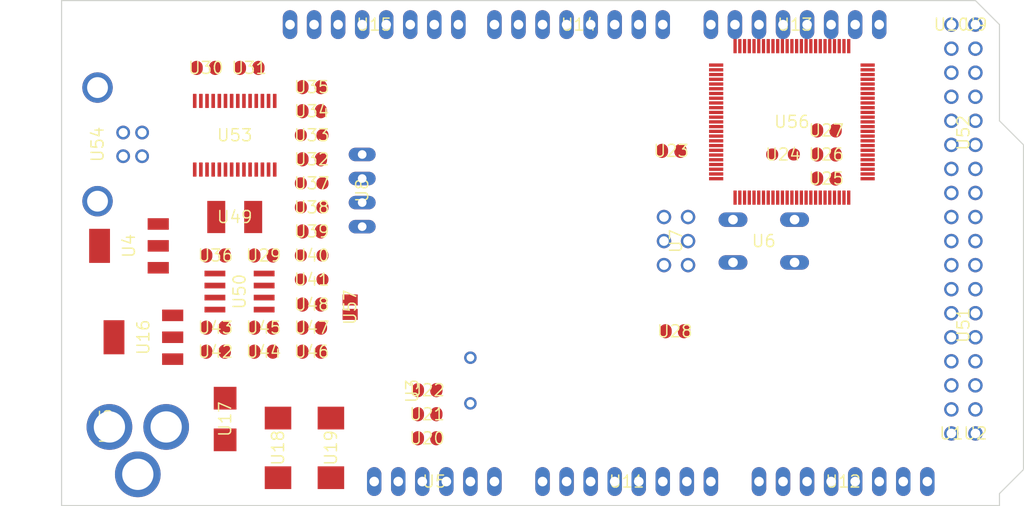
<source format=kicad_pcb>
(kicad_pcb (version 20221018) (generator pcbnew)
  (layers (0 "F.Cu" signal "Top") (31 "B.Cu" signal "Bottom") (34 "B.Paste" user) (35 "F.Paste" user) (36 "B.SilkS" user "B.Silkscreen") (37 "F.SilkS" user "F.Silkscreen") (38 "B.Mask" user) (39 "F.Mask" user) (44 "Edge.Cuts" user))
  (net 0 "")
  (net 1 "+5V")
  (net 2 "GND")
  (net 3 "N$6")
  (net 4 "N$7")
  (net 5 "AREF")
  (net 6 "RESET")
  (net 7 "VIN")
  (net 8 "N$3")
  (net 9 "PWRIN")
  (net 10 "M8RXD")
  (net 11 "M8TXD")
  (net 12 "ADC0")
  (net 13 "ADC2")
  (net 14 "ADC1")
  (net 15 "ADC3")
  (net 16 "ADC4")
  (net 17 "ADC5")
  (net 18 "ADC6")
  (net 19 "ADC7")
  (net 20 "+3V3")
  (net 21 "SDA")
  (net 22 "SCL")
  (net 23 "ADC9")
  (net 24 "ADC8")
  (net 25 "ADC10")
  (net 26 "ADC11")
  (net 27 "ADC12")
  (net 28 "ADC13")
  (net 29 "ADC14")
  (net 30 "ADC15")
  (net 31 "PB3")
  (net 32 "PB2")
  (net 33 "PB1")
  (net 34 "PB5")
  (net 35 "PB4")
  (net 36 "PE5")
  (net 37 "PE4")
  (net 38 "PE3")
  (net 39 "PE1")
  (net 40 "PE0")
  (net 41 "N$15")
  (net 42 "N$53")
  (net 43 "N$54")
  (net 44 "N$55")
  (net 45 "D-")
  (net 46 "D+")
  (net 47 "N$60")
  (net 48 "DTR")
  (net 49 "USBVCC")
  (net 50 "N$2")
  (net 51 "N$4")
  (net 52 "GATE_CMD")
  (net 53 "CMP")
  (net 54 "PB6")
  (net 55 "PH3")
  (net 56 "PH4")
  (net 57 "PH5")
  (net 58 "PH6")
  (net 59 "PG5")
  (net 60 "RXD1")
  (net 61 "TXD1")
  (net 62 "RXD2")
  (net 63 "RXD3")
  (net 64 "TXD2")
  (net 65 "TXD3")
  (net 66 "PC0")
  (net 67 "PC1")
  (net 68 "PC2")
  (net 69 "PC3")
  (net 70 "PC4")
  (net 71 "PC5")
  (net 72 "PC6")
  (net 73 "PC7")
  (net 74 "PB0")
  (net 75 "PG0")
  (net 76 "PG1")
  (net 77 "PG2")
  (net 78 "PD7")
  (net 79 "PA0")
  (net 80 "PA1")
  (net 81 "PA2")
  (net 82 "PA3")
  (net 83 "PA4")
  (net 84 "PA5")
  (net 85 "PA6")
  (net 86 "PA7")
  (net 87 "PL0")
  (net 88 "PL1")
  (net 89 "PL2")
  (net 90 "PL3")
  (net 91 "PL4")
  (net 92 "PL5")
  (net 93 "PL6")
  (net 94 "PL7")
  (net 95 "PB7")
  (net 96 "CTS")
  (net 97 "DSR")
  (net 98 "DCD")
  (net 99 "RI")
  (footprint "Arduino_MEGA_Reference_Design:2X03" (layer "F.Cu") (at 162.5981 103.7336 -90)
    (fp_text reference "U7")
    (fp_text value "")
  )
  (footprint "Arduino_MEGA_Reference_Design:1X08" (layer "F.Cu") (at 152.3111 80.8736 180)
    (fp_text reference "U14")
    (fp_text value "")
  )
  (footprint "Arduino_MEGA_Reference_Design:1X08" (layer "F.Cu") (at 130.7211 80.8736 180)
    (fp_text reference "U15")
    (fp_text value "")
  )
  (footprint "Arduino_MEGA_Reference_Design:SMC_D" (layer "F.Cu") (at 120.5611 125.5776 -90)
    (fp_text reference "U18")
    (fp_text value "")
  )
  (footprint "Arduino_MEGA_Reference_Design:SMC_D" (layer "F.Cu") (at 126.1491 125.5776 -90)
    (fp_text reference "U19")
    (fp_text value "")
  )
  (footprint "Arduino_MEGA_Reference_Design:B3F-10XX" (layer "F.Cu") (at 171.8691 103.7336 180)
    (fp_text reference "U6")
    (fp_text value "")
  )
  (footprint "Arduino_MEGA_Reference_Design:0805RND" (layer "F.Cu") (at 173.9011 94.5896 180)
    (fp_text reference "U24")
    (fp_text value "")
  )
  (footprint "Arduino_MEGA_Reference_Design:SMB" (layer "F.Cu") (at 114.9731 122.5296 -90)
    (fp_text reference "U17")
    (fp_text value "")
  )
  (footprint "Arduino_MEGA_Reference_Design:DC-21MM" (layer "F.Cu") (at 103.0351 123.2916 90)
    (fp_text reference "U55")
    (fp_text value "")
  )
  (footprint "Arduino_MEGA_Reference_Design:HC49_S" (layer "F.Cu") (at 140.8811 118.4656 90)
    (fp_text reference "U3")
    (fp_text value "")
  )
  (footprint "Arduino_MEGA_Reference_Design:SOT223" (layer "F.Cu") (at 106.3371 113.8936 90)
    (fp_text reference "U16")
    (fp_text value "")
  )
  (footprint "Arduino_MEGA_Reference_Design:1X06" (layer "F.Cu") (at 137.0711 129.1336)
    (fp_text reference "U5")
    (fp_text value "")
  )
  (footprint "Arduino_MEGA_Reference_Design:C0805RND" (layer "F.Cu") (at 124.1171 87.4776)
    (fp_text reference "U35")
    (fp_text value "")
  )
  (footprint "Arduino_MEGA_Reference_Design:C0805RND" (layer "F.Cu") (at 162.4711 113.2586)
    (fp_text reference "U28")
    (fp_text value "")
  )
  (footprint "Arduino_MEGA_Reference_Design:C0805RND" (layer "F.Cu") (at 136.3091 122.0216)
    (fp_text reference "U21")
    (fp_text value "")
  )
  (footprint "Arduino_MEGA_Reference_Design:C0805RND" (layer "F.Cu") (at 136.3091 119.4816)
    (fp_text reference "U22")
    (fp_text value "")
  )
  (footprint "Arduino_MEGA_Reference_Design:C0805RND" (layer "F.Cu") (at 113.9571 112.8776)
    (fp_text reference "U43")
    (fp_text value "")
  )
  (footprint "Arduino_MEGA_Reference_Design:RCL_0805RND" (layer "F.Cu") (at 124.1171 105.2576)
    (fp_text reference "U40")
    (fp_text value "")
  )
  (footprint "Arduino_MEGA_Reference_Design:RCL_0805RND" (layer "F.Cu") (at 124.1171 107.7976)
    (fp_text reference "U41")
    (fp_text value "")
  )
  (footprint "Arduino_MEGA_Reference_Design:1X08" (layer "F.Cu") (at 157.3911 129.1336)
    (fp_text reference "U11")
    (fp_text value "")
  )
  (footprint "Arduino_MEGA_Reference_Design:1X08" (layer "F.Cu") (at 175.1711 80.8736 180)
    (fp_text reference "U13")
    (fp_text value "")
  )
  (footprint "Arduino_MEGA_Reference_Design:R0805RND" (layer "F.Cu") (at 178.4731 94.5896 180)
    (fp_text reference "U26")
    (fp_text value "")
  )
  (footprint "Arduino_MEGA_Reference_Design:R0805RND" (layer "F.Cu") (at 178.4731 92.0496 180)
    (fp_text reference "U27")
    (fp_text value "")
  )
  (footprint "Arduino_MEGA_Reference_Design:TQFP100" (layer "F.Cu") (at 174.83749389648438 91.14759826660156 0)
    (fp_text reference "U56")
    (fp_text value "")
  )
  (footprint "Arduino_MEGA_Reference_Design:C0805RND" (layer "F.Cu") (at 162.0901 94.2086 180)
    (fp_text reference "U23")
    (fp_text value "")
  )
  (footprint "Arduino_MEGA_Reference_Design:C0805RND" (layer "F.Cu") (at 136.3091 124.5616)
    (fp_text reference "U20")
    (fp_text value "")
  )
  (footprint "Arduino_MEGA_Reference_Design:1X08" (layer "F.Cu") (at 180.2511 129.1336)
    (fp_text reference "U12")
    (fp_text value "")
  )
  (footprint "Arduino_MEGA_Reference_Design:R0805RND" (layer "F.Cu") (at 124.1171 112.8776)
    (fp_text reference "U47")
    (fp_text value "")
  )
  (footprint "Arduino_MEGA_Reference_Design:C0805RND" (layer "F.Cu") (at 124.1171 115.4176)
    (fp_text reference "U46")
    (fp_text value "")
  )
  (footprint "Arduino_MEGA_Reference_Design:C0805RND" (layer "F.Cu") (at 113.9571 105.2576)
    (fp_text reference "U36")
    (fp_text value "")
  )
  (footprint "Arduino_MEGA_Reference_Design:C0805RND" (layer "F.Cu") (at 112.9411 85.4456)
    (fp_text reference "U30")
    (fp_text value "")
  )
  (footprint "Arduino_MEGA_Reference_Design:0805RND" (layer "F.Cu") (at 124.1171 100.1776 180)
    (fp_text reference "U38")
    (fp_text value "")
  )
  (footprint "Arduino_MEGA_Reference_Design:0805RND" (layer "F.Cu") (at 124.1171 97.6376 180)
    (fp_text reference "U37")
    (fp_text value "")
  )
  (footprint "Arduino_MEGA_Reference_Design:R0805RND" (layer "F.Cu") (at 124.1171 95.0976)
    (fp_text reference "U32")
    (fp_text value "")
  )
  (footprint "Arduino_MEGA_Reference_Design:R0805RND" (layer "F.Cu") (at 124.1171 102.7176)
    (fp_text reference "U39")
    (fp_text value "")
  )
  (footprint "Arduino_MEGA_Reference_Design:SSOP28" (layer "F.Cu") (at 115.9891 92.5576)
    (fp_text reference "U53")
    (fp_text value "")
  )
  (footprint "Arduino_MEGA_Reference_Design:PN61729" (layer "F.Cu") (at 98.9584 93.5228 -90)
    (fp_text reference "U54")
    (fp_text value "")
  )
  (footprint "Arduino_MEGA_Reference_Design:L1812" (layer "F.Cu") (at 115.9891 101.1936)
    (fp_text reference "U49")
    (fp_text value "")
  )
  (footprint "Arduino_MEGA_Reference_Design:C0805RND" (layer "F.Cu") (at 117.5131 85.4456)
    (fp_text reference "U31")
    (fp_text value "")
  )
  (footprint "Arduino_MEGA_Reference_Design:0805RND" (layer "F.Cu") (at 124.1171 92.5576 180)
    (fp_text reference "U33")
    (fp_text value "")
  )
  (footprint "Arduino_MEGA_Reference_Design:R0805RND" (layer "F.Cu") (at 124.1171 90.0176 180)
    (fp_text reference "U34")
    (fp_text value "")
  )
  (footprint "Arduino_MEGA_Reference_Design:C0805RND" (layer "F.Cu") (at 124.1171 110.4392 180)
    (fp_text reference "U48")
    (fp_text value "")
  )
  (footprint "Arduino_MEGA_Reference_Design:SOT223" (layer "F.Cu") (at 104.8131 104.2416 90)
    (fp_text reference "U4")
    (fp_text value "")
  )
  (footprint "Arduino_MEGA_Reference_Design:SO08" (layer "F.Cu") (at 116.4971 109.0676 -90)
    (fp_text reference "U50")
    (fp_text value "")
  )
  (footprint "Arduino_MEGA_Reference_Design:R0805RND" (layer "F.Cu") (at 113.9571 115.4176 180)
    (fp_text reference "U42")
    (fp_text value "")
  )
  (footprint "Arduino_MEGA_Reference_Design:R0805RND" (layer "F.Cu") (at 119.0371 112.8776 180)
    (fp_text reference "U45")
    (fp_text value "")
  )
  (footprint "Arduino_MEGA_Reference_Design:C0805RND" (layer "F.Cu") (at 119.0371 115.4176 180)
    (fp_text reference "U44")
    (fp_text value "")
  )
  (footprint "Arduino_MEGA_Reference_Design:C0805RND" (layer "F.Cu") (at 119.0371 105.2576)
    (fp_text reference "U29")
    (fp_text value "")
  )
  (footprint "Arduino_MEGA_Reference_Design:2X08" (layer "F.Cu") (at 192.9511 92.3036 90)
    (fp_text reference "U52")
    (fp_text value "")
  )
  (footprint "Arduino_MEGA_Reference_Design:2X08" (layer "F.Cu") (at 192.9511 112.6236 90)
    (fp_text reference "U51")
    (fp_text value "")
  )
  (footprint "Arduino_MEGA_Reference_Design:R0805RND" (layer "F.Cu") (at 178.4731 97.1296 180)
    (fp_text reference "U25")
    (fp_text value "")
  )
  (footprint "Arduino_MEGA_Reference_Design:1X01" (layer "F.Cu") (at 191.6811 80.8736)
    (fp_text reference "U10")
    (fp_text value "")
  )
  (footprint "Arduino_MEGA_Reference_Design:1X01" (layer "F.Cu") (at 194.2211 80.8736)
    (fp_text reference "U9")
    (fp_text value "")
  )
  (footprint "Arduino_MEGA_Reference_Design:1X01" (layer "F.Cu") (at 191.6811 124.0536)
    (fp_text reference "U1")
    (fp_text value "")
  )
  (footprint "Arduino_MEGA_Reference_Design:1X01" (layer "F.Cu") (at 194.2211 124.0536)
    (fp_text reference "U2")
    (fp_text value "")
  )
  (footprint "Arduino_MEGA_Reference_Design:SJ" (layer "F.Cu") (at 128.1811 110.7186 -90)
    (fp_text reference "U57")
    (fp_text value "")
  )
  (footprint "Arduino_MEGA_Reference_Design:JP4" (layer "F.Cu") (at 129.4511 98.3996 -90)
    (fp_text reference "U8")
    (fp_text value "")
  )
  (gr_line (start 196.7611 80.8736) (end 196.7611 91.0336) (layer "Edge.Cuts") (width 0.12))
  (gr_line (start 196.7611 130.4036) (end 196.7611 131.6736) (layer "Edge.Cuts") (width 0.12))
  (gr_line (start 194.2211 78.3336) (end 196.7611 80.8736) (layer "Edge.Cuts") (width 0.12))
  (gr_line (start 97.7011 78.3336) (end 194.2211 78.3336) (layer "Edge.Cuts") (width 0.12))
  (gr_line (start 196.7611 91.0336) (end 199.3011 93.5736) (layer "Edge.Cuts") (width 0.12))
  (gr_line (start 97.7011 131.6736) (end 97.7011 78.3336) (layer "Edge.Cuts") (width 0.12))
  (gr_line (start 196.7611 131.6736) (end 97.7011 131.6736) (layer "Edge.Cuts") (width 0.12))
  (gr_line (start 199.3011 93.5736) (end 199.3011 127.8636) (layer "Edge.Cuts") (width 0.12))
  (gr_line (start 199.3011 127.8636) (end 196.7611 130.4036) (layer "Edge.Cuts") (width 0.12))
)
</source>
